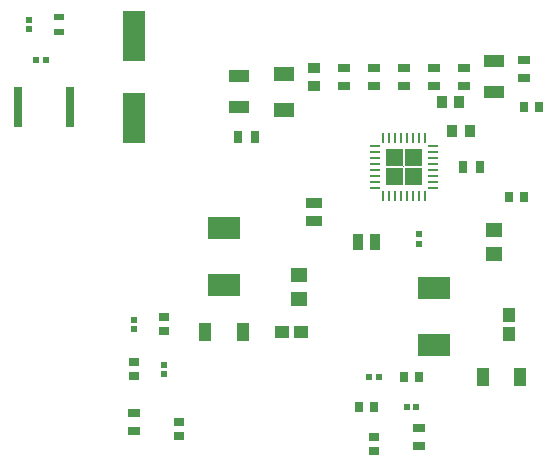
<source format=gbr>
G04*
G04 #@! TF.GenerationSoftware,Altium Limited,Altium Designer,24.0.1 (36)*
G04*
G04 Layer_Color=8421504*
%FSLAX25Y25*%
%MOIN*%
G70*
G04*
G04 #@! TF.SameCoordinates,852D5C1C-0582-447D-AFC5-A22B4F0E1159*
G04*
G04*
G04 #@! TF.FilePolarity,Positive*
G04*
G01*
G75*
%ADD16R,0.05709X0.04724*%
%ADD17R,0.03543X0.04331*%
%ADD18R,0.10984X0.07500*%
%ADD19R,0.03150X0.03937*%
%ADD20R,0.00100X0.00100*%
%ADD21R,0.01000X0.03200*%
%ADD22R,0.03200X0.01000*%
%ADD23R,0.03543X0.02953*%
%ADD24R,0.02953X0.03543*%
%ADD25R,0.03937X0.03150*%
%ADD26R,0.03937X0.02953*%
%ADD27R,0.07480X0.16535*%
%ADD28R,0.02047X0.02047*%
%ADD29R,0.03937X0.05906*%
%ADD30R,0.04750X0.04206*%
%ADD31R,0.02047X0.02047*%
%ADD32R,0.04206X0.04750*%
%ADD33R,0.03740X0.05315*%
%ADD34R,0.02965X0.13792*%
%ADD35R,0.03347X0.02461*%
%ADD36R,0.06693X0.04331*%
%ADD37R,0.07087X0.04921*%
%ADD38R,0.04331X0.03543*%
%ADD39R,0.05315X0.03740*%
G36*
X152106Y209606D02*
X146494D01*
Y203994D01*
X152106D01*
Y209606D01*
D02*
G37*
G36*
Y216006D02*
X146494D01*
Y210394D01*
X152106D01*
Y216006D01*
D02*
G37*
G36*
X158506Y209606D02*
X152894D01*
Y203994D01*
X158506D01*
Y209606D01*
D02*
G37*
G36*
Y216006D02*
X152894D01*
Y210394D01*
X158506D01*
Y216006D01*
D02*
G37*
D16*
X117500Y166063D02*
D03*
Y173937D02*
D03*
X182500Y188937D02*
D03*
Y181063D02*
D03*
D17*
X168547Y222000D02*
D03*
X174453D02*
D03*
X165047Y231500D02*
D03*
X170953D02*
D03*
D18*
X162500Y169549D02*
D03*
Y150451D02*
D03*
X92500Y170451D02*
D03*
Y189549D02*
D03*
D19*
X172047Y210000D02*
D03*
X177953D02*
D03*
X97047Y220000D02*
D03*
X102953D02*
D03*
D20*
X152500Y210000D02*
D03*
D21*
X145610Y219650D02*
D03*
X147579D02*
D03*
X149547D02*
D03*
X151516D02*
D03*
X153484D02*
D03*
X155453D02*
D03*
X157421D02*
D03*
X159390D02*
D03*
Y200350D02*
D03*
X157421D02*
D03*
X155453D02*
D03*
X153484D02*
D03*
X151516D02*
D03*
X149547D02*
D03*
X147579D02*
D03*
X145610D02*
D03*
D22*
X162150Y216890D02*
D03*
Y214921D02*
D03*
Y212953D02*
D03*
Y210984D02*
D03*
Y209016D02*
D03*
Y207047D02*
D03*
Y205079D02*
D03*
Y203110D02*
D03*
X142850D02*
D03*
Y205079D02*
D03*
Y207047D02*
D03*
Y209016D02*
D03*
Y210984D02*
D03*
Y212953D02*
D03*
Y214921D02*
D03*
Y216890D02*
D03*
D23*
X77500Y124862D02*
D03*
Y120138D02*
D03*
X142500Y115138D02*
D03*
Y119862D02*
D03*
X72500Y159862D02*
D03*
Y155138D02*
D03*
X62500Y140138D02*
D03*
Y144862D02*
D03*
D24*
X192638Y230000D02*
D03*
X197362D02*
D03*
X137638Y130000D02*
D03*
X142362D02*
D03*
X157362Y140000D02*
D03*
X152638D02*
D03*
X187638Y200000D02*
D03*
X192362D02*
D03*
D25*
X152500Y237047D02*
D03*
Y242953D02*
D03*
X192500Y239547D02*
D03*
Y245453D02*
D03*
X172500Y237047D02*
D03*
Y242953D02*
D03*
X132500Y237047D02*
D03*
Y242953D02*
D03*
X142500Y237047D02*
D03*
Y242953D02*
D03*
X162500Y237047D02*
D03*
Y242953D02*
D03*
D26*
X157500Y117047D02*
D03*
Y122953D02*
D03*
X62500Y122047D02*
D03*
Y127953D02*
D03*
D27*
Y226220D02*
D03*
Y253780D02*
D03*
D28*
Y159075D02*
D03*
Y155925D02*
D03*
X72500Y140925D02*
D03*
Y144075D02*
D03*
X27500Y259075D02*
D03*
Y255925D02*
D03*
X157500Y184425D02*
D03*
Y187575D02*
D03*
D29*
X86201Y155000D02*
D03*
X98799D02*
D03*
X178701Y140000D02*
D03*
X191299D02*
D03*
D30*
X111749Y155000D02*
D03*
X118251D02*
D03*
D31*
X140925Y140000D02*
D03*
X144075D02*
D03*
X156575Y130000D02*
D03*
X153425D02*
D03*
X33075Y245500D02*
D03*
X29925D02*
D03*
D32*
X187500Y154249D02*
D03*
Y160751D02*
D03*
D33*
X137047Y185000D02*
D03*
X142953D02*
D03*
D34*
X41260Y230000D02*
D03*
X23740D02*
D03*
D35*
X37500Y260108D02*
D03*
Y254892D02*
D03*
D36*
X97500Y240118D02*
D03*
Y229882D02*
D03*
X182500Y234882D02*
D03*
Y245118D02*
D03*
D37*
X112500Y228996D02*
D03*
Y241004D02*
D03*
D38*
X122500Y237047D02*
D03*
Y242953D02*
D03*
D39*
Y192047D02*
D03*
Y197953D02*
D03*
M02*

</source>
